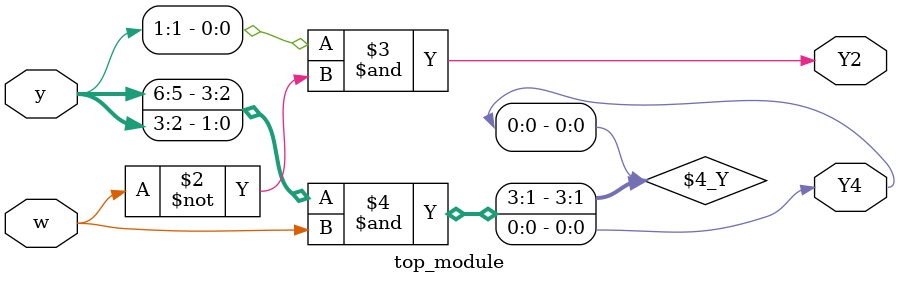
<source format=sv>
module top_module (
	input [6:1] y,
	input w,
	output reg Y2,
	output reg Y4
);

	always @ (*)
	begin
		Y2 = y[1] & ~w;
		Y4 = {y[6], y[5], y[3], y[2]} & w;
	end

endmodule

</source>
